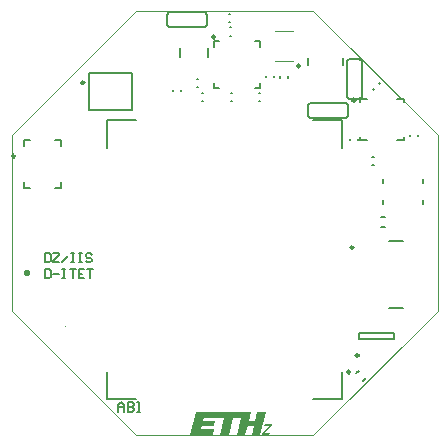
<source format=gto>
G04*
G04 #@! TF.GenerationSoftware,Altium Limited,Altium NEXUS,3.0.14 (129)*
G04*
G04 Layer_Color=65535*
%FSLAX25Y25*%
%MOIN*%
G70*
G01*
G75*
%ADD10C,0.00984*%
%ADD11C,0.00394*%
%ADD12C,0.00787*%
%ADD13C,0.00591*%
%ADD14C,0.01000*%
%ADD15C,0.00000*%
G36*
X85354Y984D02*
X82449D01*
X83157Y4004D01*
X81142D01*
X80433Y984D01*
X77528D01*
X78894Y6811D01*
X76299Y6811D01*
X74929Y984D01*
X71850D01*
X73224Y6811D01*
X66453Y6811D01*
X66232Y5882D01*
X70417D01*
X69972Y3992D01*
X65791Y3992D01*
X65567Y3032D01*
X69937D01*
X69457Y984D01*
X62008D01*
X63858Y8858D01*
X82279D01*
X81587Y5894D01*
X83602D01*
X84299Y8858D01*
X87205D01*
X85354Y984D01*
D02*
G37*
G36*
X89106Y4354D02*
X87071Y1701D01*
X88516D01*
X88370Y1047D01*
X85992D01*
X86083Y1469D01*
X88110Y4110D01*
X86669D01*
X86815Y4764D01*
X89197D01*
X89106Y4354D01*
D02*
G37*
D10*
X70350Y133780D02*
G03*
X70350Y133780I-492J0D01*
G01*
X26673Y118602D02*
G03*
X26673Y118602I-492J0D01*
G01*
X3642Y94095D02*
G03*
X3642Y94095I-492J0D01*
G01*
X98630Y124146D02*
G03*
X98630Y124146I-500J0D01*
G01*
X118209Y27657D02*
G03*
X118209Y27657I-492J0D01*
G01*
X116437Y63583D02*
G03*
X116437Y63583I-492J0D01*
G01*
X117008Y112697D02*
G03*
X117008Y112697I-492J0D01*
G01*
X115326Y22120D02*
G03*
X115326Y22120I-492J0D01*
G01*
D11*
X126575Y76575D02*
G03*
X126575Y76575I-197J0D01*
G01*
X20423Y37231D02*
G03*
X20423Y37231I-197J0D01*
G01*
X90256Y135728D02*
X96161D01*
X90256Y125886D02*
X96161Y125886D01*
D12*
X69882Y130512D02*
Y132283D01*
X71653D01*
X83661D02*
X85433D01*
Y130512D02*
Y132283D01*
Y116732D02*
Y118504D01*
X83661Y116732D02*
X85433D01*
X69882D02*
Y118504D01*
Y116732D02*
X71653D01*
X28346Y109449D02*
Y121850D01*
Y109449D02*
X42717D01*
Y121850D01*
X28346D02*
X42717D01*
X6693Y97441D02*
Y99508D01*
Y83366D02*
Y85433D01*
X16831Y83366D02*
X18898D01*
X6693D02*
X8760D01*
X18898Y97441D02*
Y99508D01*
Y83366D02*
Y85433D01*
X16831Y99508D02*
X18898D01*
X6693D02*
X8760D01*
X139764Y85020D02*
Y86417D01*
Y78150D02*
Y79547D01*
X126378Y85020D02*
Y86417D01*
Y78150D02*
Y79547D01*
X125689Y70374D02*
X126870D01*
X125689Y73721D02*
X126870D01*
X75219Y136954D02*
X75612D01*
X75219Y134198D02*
X75612D01*
X74902Y141437D02*
X75295D01*
X74902Y138681D02*
X75295D01*
X58524Y127067D02*
Y130217D01*
X68051Y127067D02*
Y130217D01*
X56201Y115847D02*
Y116240D01*
X58957Y115847D02*
Y116240D01*
X64272Y119882D02*
X64665D01*
X64272Y117126D02*
X64665D01*
X84842Y112303D02*
X85236D01*
X84842Y115059D02*
X85236D01*
X75590Y112303D02*
X75984D01*
X75590Y115059D02*
X75984D01*
X113051Y124508D02*
Y126870D01*
X101122D02*
X101122Y124508D01*
X87106Y120374D02*
Y120768D01*
X89862Y120374D02*
Y120768D01*
X66043Y112303D02*
X66437D01*
X66043Y115059D02*
X66437D01*
X94587Y120276D02*
Y120669D01*
X91831Y120276D02*
Y120669D01*
X118110Y33071D02*
Y35039D01*
X129921Y33071D02*
Y35039D01*
X118110Y33071D02*
X129921D01*
X118110Y35039D02*
X129921D01*
X128248Y43307D02*
X132972D01*
X128248Y65748D02*
X132972D01*
X119663Y19265D02*
X120498Y20101D01*
X117297Y21632D02*
X118132Y22467D01*
X118681Y99606D02*
Y100394D01*
Y99606D02*
X120945D01*
X133248D02*
Y100394D01*
X130984Y99606D02*
X133248D01*
Y112205D02*
Y112992D01*
X130984D02*
X133248D01*
X118681D02*
X120945D01*
X118681Y112205D02*
Y112992D01*
X124851Y118496D02*
X125129Y118217D01*
X122902Y116547D02*
X123181Y116269D01*
X118012Y99311D02*
Y99705D01*
X115256Y99311D02*
Y99705D01*
X135138Y100689D02*
Y101083D01*
X137894Y100689D02*
Y101083D01*
X122736Y91142D02*
X123130D01*
X122736Y93898D02*
X123130D01*
X112696Y13066D02*
Y22120D01*
X103051Y13066D02*
X112696Y13066D01*
X34350Y13066D02*
Y22120D01*
Y13066D02*
X43994D01*
X34350Y96925D02*
Y105979D01*
X43994D01*
X112696Y96925D02*
Y105979D01*
X103051Y105979D02*
X112696Y105979D01*
X38003Y8858D02*
Y10957D01*
X39053Y12007D01*
X40102Y10957D01*
Y8858D01*
Y10433D01*
X38003D01*
X41152Y12007D02*
Y8858D01*
X42726D01*
X43251Y9383D01*
Y9908D01*
X42726Y10433D01*
X41152D01*
X42726D01*
X43251Y10957D01*
Y11482D01*
X42726Y12007D01*
X41152D01*
X44300Y8858D02*
X45350D01*
X44825D01*
Y12007D01*
X44300D01*
X13484Y61730D02*
Y58778D01*
X14960D01*
X15452Y59270D01*
Y61238D01*
X14960Y61730D01*
X13484D01*
X16436D02*
X18404D01*
Y61238D01*
X16436Y59270D01*
Y58778D01*
X18404D01*
X19388D02*
X21356Y60746D01*
X22340Y61730D02*
X23324D01*
X22832D01*
Y58778D01*
X22340D01*
X23324D01*
X24800Y61730D02*
X25784D01*
X25291D01*
Y58778D01*
X24800D01*
X25784D01*
X29227Y61238D02*
X28735Y61730D01*
X27751D01*
X27259Y61238D01*
Y60746D01*
X27751Y60254D01*
X28735D01*
X29227Y59762D01*
Y59270D01*
X28735Y58778D01*
X27751D01*
X27259Y59270D01*
X13484Y56298D02*
Y53347D01*
X14960D01*
X15452Y53838D01*
Y55806D01*
X14960Y56298D01*
X13484D01*
X16436Y54822D02*
X18404D01*
X19388Y56298D02*
X20372D01*
X19880D01*
Y53347D01*
X19388D01*
X20372D01*
X21848Y56298D02*
X23816D01*
X22832D01*
Y53347D01*
X26767Y56298D02*
X24800D01*
Y53347D01*
X26767D01*
X24800Y54822D02*
X25784D01*
X27751Y56298D02*
X29719D01*
X28735D01*
Y53347D01*
D13*
X54826Y141968D02*
X57327D01*
X67527Y137669D02*
Y141268D01*
X66826Y141968D02*
X67527Y141268D01*
X57327Y141968D02*
X66826D01*
X54126Y141268D02*
X54826Y141968D01*
X54126Y137668D02*
Y141268D01*
Y137668D02*
X54827Y136967D01*
X57025D01*
X61828D01*
X66825D01*
X67527Y137669D01*
X111571Y106851D02*
X114071D01*
X101371Y107551D02*
Y111150D01*
Y107551D02*
X102071Y106851D01*
X111571D01*
X114071D02*
X114771Y107551D01*
Y111151D01*
X114071Y111852D02*
X114771Y111151D01*
X111872Y111852D02*
X114071D01*
X107070D02*
X111872D01*
X102072D02*
X107070D01*
X101371Y111150D02*
X102072Y111852D01*
X119134Y123382D02*
Y125882D01*
X114834Y113182D02*
X118433D01*
X119134Y113882D01*
Y123382D01*
X118434Y126582D02*
X119134Y125882D01*
X114833Y126582D02*
X118434D01*
X114133Y125882D02*
X114833Y126582D01*
X114133Y123683D02*
Y125882D01*
Y118881D02*
Y123683D01*
Y113883D02*
Y118881D01*
Y113883D02*
X114834Y113182D01*
D14*
X6905Y54642D02*
X7905D01*
Y55641D01*
X6905D01*
Y54642D01*
D15*
X2500Y101000D02*
X44000Y142500D01*
X103000D01*
X144500Y101000D01*
Y42500D02*
Y101000D01*
X103000Y1000D02*
X144500Y42500D01*
X44000Y1000D02*
X103000D01*
X2500Y42500D02*
X44000Y1000D01*
X2500Y42500D02*
Y101000D01*
M02*

</source>
